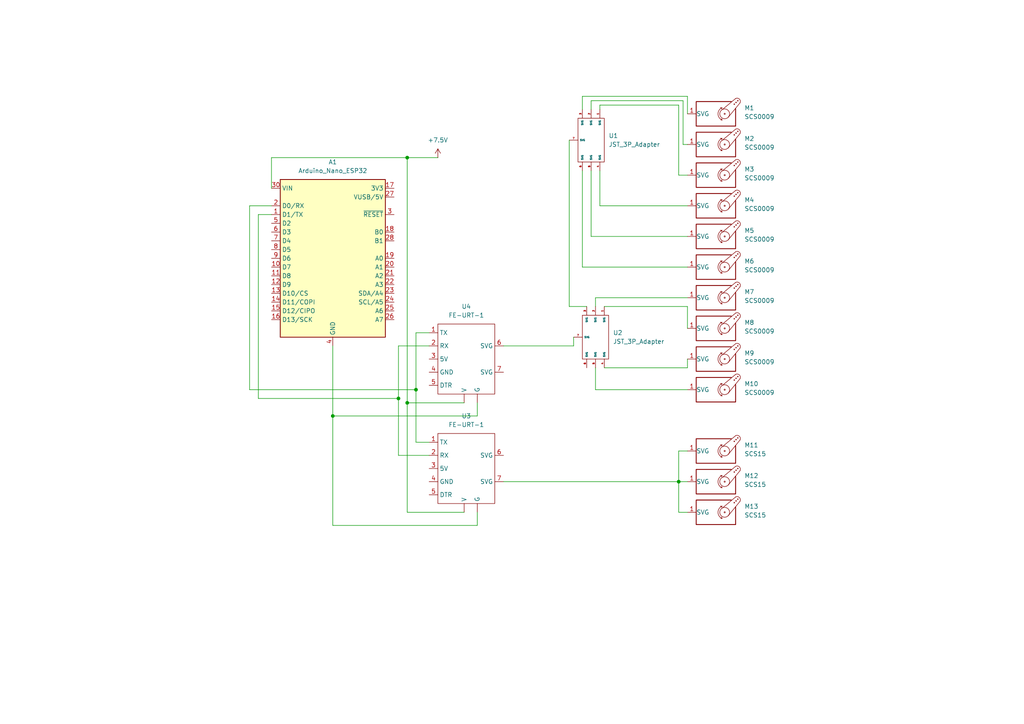
<source format=kicad_sch>
(kicad_sch
	(version 20250114)
	(generator "eeschema")
	(generator_version "9.0")
	(uuid "46513bf8-19d2-44c8-9022-0fce03f4dd50")
	(paper "A4")
	(title_block
		(title "Wiring Diagram")
		(date "2025-07-10")
	)
	(lib_symbols
		(symbol "JST 3P Adapter:JST_3P_Adapter"
			(exclude_from_sim no)
			(in_bom yes)
			(on_board yes)
			(property "Reference" "U1"
				(at 0 7.366 0)
				(effects
					(font
						(size 1.27 1.27)
					)
				)
			)
			(property "Value" "JST_3P_Adapter"
				(at 0 4.318 0)
				(effects
					(font
						(size 1.27 1.27)
					)
				)
			)
			(property "Footprint" ""
				(at 0 0 0)
				(effects
					(font
						(size 1.27 1.27)
					)
					(hide yes)
				)
			)
			(property "Datasheet" ""
				(at 0 0 0)
				(effects
					(font
						(size 1.27 1.27)
					)
					(hide yes)
				)
			)
			(property "Description" ""
				(at 0 0 0)
				(effects
					(font
						(size 1.27 1.27)
					)
					(hide yes)
				)
			)
			(symbol "JST_3P_Adapter_0_1"
				(rectangle
					(start 6.35 -5.08)
					(end -6.35 2.54)
					(stroke
						(width 0)
						(type default)
					)
					(fill
						(type none)
					)
				)
			)
			(symbol "JST_3P_Adapter_1_1"
				(pin passive line
					(at -8.89 1.27 0)
					(length 2.54)
					(name "SVG"
						(effects
							(font
								(size 0.508 0.508)
							)
						)
					)
					(number "1"
						(effects
							(font
								(size 0.508 0.508)
							)
						)
					)
				)
				(pin passive line
					(at -8.89 -1.27 0)
					(length 2.54)
					(name "SVG"
						(effects
							(font
								(size 0.508 0.508)
							)
						)
					)
					(number "2"
						(effects
							(font
								(size 0.508 0.508)
							)
						)
					)
				)
				(pin passive line
					(at -8.89 -3.81 0)
					(length 2.54)
					(name "SVG"
						(effects
							(font
								(size 0.508 0.508)
							)
						)
					)
					(number "3"
						(effects
							(font
								(size 0.508 0.508)
							)
						)
					)
				)
				(pin passive line
					(at 0 -7.62 90)
					(length 2.54)
					(name "SVG"
						(effects
							(font
								(size 0.508 0.508)
							)
						)
					)
					(number "7"
						(effects
							(font
								(size 0.508 0.508)
							)
						)
					)
				)
				(pin passive line
					(at 8.89 1.27 180)
					(length 2.54)
					(name "SVG"
						(effects
							(font
								(size 0.508 0.508)
							)
						)
					)
					(number "4"
						(effects
							(font
								(size 0.508 0.508)
							)
						)
					)
				)
				(pin passive line
					(at 8.89 -1.27 180)
					(length 2.54)
					(name "SVG"
						(effects
							(font
								(size 0.508 0.508)
							)
						)
					)
					(number "5"
						(effects
							(font
								(size 0.508 0.508)
							)
						)
					)
				)
				(pin passive line
					(at 8.89 -3.81 180)
					(length 2.54)
					(name "SVG"
						(effects
							(font
								(size 0.508 0.508)
							)
						)
					)
					(number "6"
						(effects
							(font
								(size 0.508 0.508)
							)
						)
					)
				)
			)
			(embedded_fonts no)
		)
		(symbol "MCU_Module:Arduino_Nano_ESP32"
			(exclude_from_sim no)
			(in_bom yes)
			(on_board yes)
			(property "Reference" "A"
				(at -14.986 23.622 0)
				(effects
					(font
						(size 1.27 1.27)
					)
					(justify left bottom)
				)
			)
			(property "Value" "Arduino_Nano_ESP32"
				(at 3.81 -25.654 0)
				(effects
					(font
						(size 1.27 1.27)
					)
					(justify left top)
				)
			)
			(property "Footprint" "Module:Arduino_Nano"
				(at 13.716 -34.036 0)
				(effects
					(font
						(size 1.27 1.27)
						(italic yes)
					)
					(hide yes)
				)
			)
			(property "Datasheet" "https://docs.arduino.cc/resources/datasheets/ABX00083-datasheet.pdf"
				(at 39.116 -31.496 0)
				(effects
					(font
						(size 1.27 1.27)
					)
					(hide yes)
				)
			)
			(property "Description" "Arduino Nano board based on the ESP32-S3 with a dual-core 240 MHz processor, 384 kB ROM, 512 kB SRAM. Operates at 3.3V, with 5V USB-C® input and 6-21V VIN. Features Wi-Fi®, Bluetooth® LE, digital and analog pins, and supports SPI, I2C, UART, I2S, and CAN."
				(at 138.43 -28.956 0)
				(effects
					(font
						(size 1.27 1.27)
					)
					(hide yes)
				)
			)
			(property "ki_keywords" "Arduino Nano ESP32"
				(at 0 0 0)
				(effects
					(font
						(size 1.27 1.27)
					)
					(hide yes)
				)
			)
			(property "ki_fp_filters" "Arduino*Nano*"
				(at 0 0 0)
				(effects
					(font
						(size 1.27 1.27)
					)
					(hide yes)
				)
			)
			(symbol "Arduino_Nano_ESP32_0_1"
				(rectangle
					(start -15.24 22.86)
					(end 15.24 -22.86)
					(stroke
						(width 0.254)
						(type default)
					)
					(fill
						(type background)
					)
				)
			)
			(symbol "Arduino_Nano_ESP32_1_1"
				(pin power_in line
					(at -17.78 20.32 0)
					(length 2.54)
					(name "VIN"
						(effects
							(font
								(size 1.27 1.27)
							)
						)
					)
					(number "30"
						(effects
							(font
								(size 1.27 1.27)
							)
						)
					)
				)
				(pin bidirectional line
					(at -17.78 15.24 0)
					(length 2.54)
					(name "D0/RX"
						(effects
							(font
								(size 1.27 1.27)
							)
						)
					)
					(number "2"
						(effects
							(font
								(size 1.27 1.27)
							)
						)
					)
				)
				(pin bidirectional line
					(at -17.78 12.7 0)
					(length 2.54)
					(name "D1/TX"
						(effects
							(font
								(size 1.27 1.27)
							)
						)
					)
					(number "1"
						(effects
							(font
								(size 1.27 1.27)
							)
						)
					)
				)
				(pin bidirectional line
					(at -17.78 10.16 0)
					(length 2.54)
					(name "D2"
						(effects
							(font
								(size 1.27 1.27)
							)
						)
					)
					(number "5"
						(effects
							(font
								(size 1.27 1.27)
							)
						)
					)
				)
				(pin bidirectional line
					(at -17.78 7.62 0)
					(length 2.54)
					(name "D3"
						(effects
							(font
								(size 1.27 1.27)
							)
						)
					)
					(number "6"
						(effects
							(font
								(size 1.27 1.27)
							)
						)
					)
				)
				(pin bidirectional line
					(at -17.78 5.08 0)
					(length 2.54)
					(name "D4"
						(effects
							(font
								(size 1.27 1.27)
							)
						)
					)
					(number "7"
						(effects
							(font
								(size 1.27 1.27)
							)
						)
					)
				)
				(pin bidirectional line
					(at -17.78 2.54 0)
					(length 2.54)
					(name "D5"
						(effects
							(font
								(size 1.27 1.27)
							)
						)
					)
					(number "8"
						(effects
							(font
								(size 1.27 1.27)
							)
						)
					)
				)
				(pin bidirectional line
					(at -17.78 0 0)
					(length 2.54)
					(name "D6"
						(effects
							(font
								(size 1.27 1.27)
							)
						)
					)
					(number "9"
						(effects
							(font
								(size 1.27 1.27)
							)
						)
					)
				)
				(pin bidirectional line
					(at -17.78 -2.54 0)
					(length 2.54)
					(name "D7"
						(effects
							(font
								(size 1.27 1.27)
							)
						)
					)
					(number "10"
						(effects
							(font
								(size 1.27 1.27)
							)
						)
					)
				)
				(pin bidirectional line
					(at -17.78 -5.08 0)
					(length 2.54)
					(name "D8"
						(effects
							(font
								(size 1.27 1.27)
							)
						)
					)
					(number "11"
						(effects
							(font
								(size 1.27 1.27)
							)
						)
					)
				)
				(pin bidirectional line
					(at -17.78 -7.62 0)
					(length 2.54)
					(name "D9"
						(effects
							(font
								(size 1.27 1.27)
							)
						)
					)
					(number "12"
						(effects
							(font
								(size 1.27 1.27)
							)
						)
					)
				)
				(pin bidirectional line
					(at -17.78 -10.16 0)
					(length 2.54)
					(name "D10/CS"
						(effects
							(font
								(size 1.27 1.27)
							)
						)
					)
					(number "13"
						(effects
							(font
								(size 1.27 1.27)
							)
						)
					)
				)
				(pin bidirectional line
					(at -17.78 -12.7 0)
					(length 2.54)
					(name "D11/COPI"
						(effects
							(font
								(size 1.27 1.27)
							)
						)
					)
					(number "14"
						(effects
							(font
								(size 1.27 1.27)
							)
						)
					)
				)
				(pin bidirectional line
					(at -17.78 -15.24 0)
					(length 2.54)
					(name "D12/CIPO"
						(effects
							(font
								(size 1.27 1.27)
							)
						)
					)
					(number "15"
						(effects
							(font
								(size 1.27 1.27)
							)
						)
					)
				)
				(pin bidirectional line
					(at -17.78 -17.78 0)
					(length 2.54)
					(name "D13/SCK"
						(effects
							(font
								(size 1.27 1.27)
							)
						)
					)
					(number "16"
						(effects
							(font
								(size 1.27 1.27)
							)
						)
					)
				)
				(pin passive line
					(at 0 -25.4 90)
					(length 2.54)
					(hide yes)
					(name "GND"
						(effects
							(font
								(size 1.27 1.27)
							)
						)
					)
					(number "29"
						(effects
							(font
								(size 1.27 1.27)
							)
						)
					)
				)
				(pin power_in line
					(at 0 -25.4 90)
					(length 2.54)
					(name "GND"
						(effects
							(font
								(size 1.27 1.27)
							)
						)
					)
					(number "4"
						(effects
							(font
								(size 1.27 1.27)
							)
						)
					)
				)
				(pin power_out line
					(at 17.78 20.32 180)
					(length 2.54)
					(name "3V3"
						(effects
							(font
								(size 1.27 1.27)
							)
						)
					)
					(number "17"
						(effects
							(font
								(size 1.27 1.27)
							)
						)
					)
				)
				(pin power_out line
					(at 17.78 17.78 180)
					(length 2.54)
					(name "VUSB/5V"
						(effects
							(font
								(size 1.27 1.27)
							)
						)
					)
					(number "27"
						(effects
							(font
								(size 1.27 1.27)
							)
						)
					)
				)
				(pin input line
					(at 17.78 12.7 180)
					(length 2.54)
					(name "~{RESET}"
						(effects
							(font
								(size 1.27 1.27)
							)
						)
					)
					(number "3"
						(effects
							(font
								(size 1.27 1.27)
							)
						)
					)
				)
				(pin bidirectional line
					(at 17.78 7.62 180)
					(length 2.54)
					(name "B0"
						(effects
							(font
								(size 1.27 1.27)
							)
						)
					)
					(number "18"
						(effects
							(font
								(size 1.27 1.27)
							)
						)
					)
				)
				(pin bidirectional line
					(at 17.78 5.08 180)
					(length 2.54)
					(name "B1"
						(effects
							(font
								(size 1.27 1.27)
							)
						)
					)
					(number "28"
						(effects
							(font
								(size 1.27 1.27)
							)
						)
					)
				)
				(pin bidirectional line
					(at 17.78 0 180)
					(length 2.54)
					(name "A0"
						(effects
							(font
								(size 1.27 1.27)
							)
						)
					)
					(number "19"
						(effects
							(font
								(size 1.27 1.27)
							)
						)
					)
				)
				(pin bidirectional line
					(at 17.78 -2.54 180)
					(length 2.54)
					(name "A1"
						(effects
							(font
								(size 1.27 1.27)
							)
						)
					)
					(number "20"
						(effects
							(font
								(size 1.27 1.27)
							)
						)
					)
				)
				(pin bidirectional line
					(at 17.78 -5.08 180)
					(length 2.54)
					(name "A2"
						(effects
							(font
								(size 1.27 1.27)
							)
						)
					)
					(number "21"
						(effects
							(font
								(size 1.27 1.27)
							)
						)
					)
				)
				(pin bidirectional line
					(at 17.78 -7.62 180)
					(length 2.54)
					(name "A3"
						(effects
							(font
								(size 1.27 1.27)
							)
						)
					)
					(number "22"
						(effects
							(font
								(size 1.27 1.27)
							)
						)
					)
				)
				(pin bidirectional line
					(at 17.78 -10.16 180)
					(length 2.54)
					(name "SDA/A4"
						(effects
							(font
								(size 1.27 1.27)
							)
						)
					)
					(number "23"
						(effects
							(font
								(size 1.27 1.27)
							)
						)
					)
				)
				(pin bidirectional line
					(at 17.78 -12.7 180)
					(length 2.54)
					(name "SCL/A5"
						(effects
							(font
								(size 1.27 1.27)
							)
						)
					)
					(number "24"
						(effects
							(font
								(size 1.27 1.27)
							)
						)
					)
				)
				(pin bidirectional line
					(at 17.78 -15.24 180)
					(length 2.54)
					(name "A6"
						(effects
							(font
								(size 1.27 1.27)
							)
						)
					)
					(number "25"
						(effects
							(font
								(size 1.27 1.27)
							)
						)
					)
				)
				(pin bidirectional line
					(at 17.78 -17.78 180)
					(length 2.54)
					(name "A7"
						(effects
							(font
								(size 1.27 1.27)
							)
						)
					)
					(number "26"
						(effects
							(font
								(size 1.27 1.27)
							)
						)
					)
				)
			)
			(embedded_fonts no)
		)
		(symbol "Motor_Servo_1"
			(pin_names
				(offset 0.0254)
			)
			(exclude_from_sim no)
			(in_bom yes)
			(on_board yes)
			(property "Reference" "M1"
				(at 8.89 1.7032 0)
				(effects
					(font
						(size 1.27 1.27)
					)
					(justify left)
				)
			)
			(property "Value" "SCS0009"
				(at 8.89 -0.8368 0)
				(effects
					(font
						(size 1.27 1.27)
					)
					(justify left)
				)
			)
			(property "Footprint" ""
				(at 0 -4.826 0)
				(effects
					(font
						(size 1.27 1.27)
					)
					(hide yes)
				)
			)
			(property "Datasheet" "http://forums.parallax.com/uploads/attachments/46831/74481.png"
				(at 0 -4.826 0)
				(effects
					(font
						(size 1.27 1.27)
					)
					(hide yes)
				)
			)
			(property "Description" "Servo Motor (Futaba, HiTec, JR connector)"
				(at 0 0 0)
				(effects
					(font
						(size 1.27 1.27)
					)
					(hide yes)
				)
			)
			(property "ki_keywords" "Servo Motor"
				(at 0 0 0)
				(effects
					(font
						(size 1.27 1.27)
					)
					(hide yes)
				)
			)
			(property "ki_fp_filters" "PinHeader*P2.54mm*"
				(at 0 0 0)
				(effects
					(font
						(size 1.27 1.27)
					)
					(hide yes)
				)
			)
			(symbol "Motor_Servo_1_0_1"
				(polyline
					(pts
						(xy 2.413 1.778) (xy 1.905 1.778)
					)
					(stroke
						(width 0)
						(type default)
					)
					(fill
						(type none)
					)
				)
				(polyline
					(pts
						(xy 2.413 1.778) (xy 2.286 1.397)
					)
					(stroke
						(width 0)
						(type default)
					)
					(fill
						(type none)
					)
				)
				(polyline
					(pts
						(xy 2.413 -1.778) (xy 2.032 -1.778)
					)
					(stroke
						(width 0)
						(type default)
					)
					(fill
						(type none)
					)
				)
				(polyline
					(pts
						(xy 2.413 -1.778) (xy 2.286 -1.397)
					)
					(stroke
						(width 0)
						(type default)
					)
					(fill
						(type none)
					)
				)
				(arc
					(start 2.413 -1.778)
					(mid 1.2406 0)
					(end 2.413 1.778)
					(stroke
						(width 0)
						(type default)
					)
					(fill
						(type none)
					)
				)
				(circle
					(center 3.175 0)
					(radius 0.1778)
					(stroke
						(width 0)
						(type default)
					)
					(fill
						(type none)
					)
				)
				(circle
					(center 3.175 0)
					(radius 1.4224)
					(stroke
						(width 0)
						(type default)
					)
					(fill
						(type none)
					)
				)
				(polyline
					(pts
						(xy 5.08 3.556) (xy -5.08 3.556) (xy -5.08 -3.556) (xy 6.35 -3.556) (xy 6.35 1.524)
					)
					(stroke
						(width 0.254)
						(type default)
					)
					(fill
						(type none)
					)
				)
				(circle
					(center 5.969 2.794)
					(radius 0.127)
					(stroke
						(width 0)
						(type default)
					)
					(fill
						(type none)
					)
				)
				(polyline
					(pts
						(xy 6.35 4.445) (xy 2.54 1.27)
					)
					(stroke
						(width 0)
						(type default)
					)
					(fill
						(type none)
					)
				)
				(circle
					(center 6.477 3.302)
					(radius 0.127)
					(stroke
						(width 0)
						(type default)
					)
					(fill
						(type none)
					)
				)
				(arc
					(start 6.35 4.445)
					(mid 7.4487 4.2737)
					(end 7.62 3.175)
					(stroke
						(width 0)
						(type default)
					)
					(fill
						(type none)
					)
				)
				(circle
					(center 6.985 3.81)
					(radius 0.127)
					(stroke
						(width 0)
						(type default)
					)
					(fill
						(type none)
					)
				)
				(polyline
					(pts
						(xy 7.62 3.175) (xy 4.191 -1.016)
					)
					(stroke
						(width 0)
						(type default)
					)
					(fill
						(type none)
					)
				)
			)
			(symbol "Motor_Servo_1_1_1"
				(pin passive line
					(at -7.62 0 0)
					(length 2.54)
					(name "SVG"
						(effects
							(font
								(size 1.27 1.27)
							)
						)
					)
					(number "1"
						(effects
							(font
								(size 1.27 1.27)
							)
						)
					)
				)
			)
			(embedded_fonts no)
		)
		(symbol "fe-urt-1_1"
			(exclude_from_sim no)
			(in_bom yes)
			(on_board yes)
			(property "Reference" "U4"
				(at 3.175 7.62 0)
				(effects
					(font
						(size 1.27 1.27)
					)
				)
			)
			(property "Value" "FE-URT-1"
				(at 3.175 5.08 0)
				(effects
					(font
						(size 1.27 1.27)
					)
				)
			)
			(property "Footprint" ""
				(at 0 0 0)
				(effects
					(font
						(size 1.27 1.27)
					)
					(hide yes)
				)
			)
			(property "Datasheet" ""
				(at 0 0 0)
				(effects
					(font
						(size 1.27 1.27)
					)
					(hide yes)
				)
			)
			(property "Description" ""
				(at 0 0 0)
				(effects
					(font
						(size 1.27 1.27)
					)
					(hide yes)
				)
			)
			(symbol "fe-urt-1_1_0_1"
				(rectangle
					(start -5.08 2.54)
					(end 11.43 -17.78)
					(stroke
						(width 0)
						(type default)
					)
					(fill
						(type none)
					)
				)
			)
			(symbol "fe-urt-1_1_1_1"
				(pin passive line
					(at -7.62 0 0)
					(length 2.54)
					(name "TX"
						(effects
							(font
								(size 1.27 1.27)
							)
						)
					)
					(number "1"
						(effects
							(font
								(size 1.27 1.27)
							)
						)
					)
				)
				(pin passive line
					(at -7.62 -3.81 0)
					(length 2.54)
					(name "RX"
						(effects
							(font
								(size 1.27 1.27)
							)
						)
					)
					(number "2"
						(effects
							(font
								(size 1.27 1.27)
							)
						)
					)
				)
				(pin passive line
					(at -7.62 -7.62 0)
					(length 2.54)
					(name "5V"
						(effects
							(font
								(size 1.27 1.27)
							)
						)
					)
					(number "3"
						(effects
							(font
								(size 1.27 1.27)
							)
						)
					)
				)
				(pin passive line
					(at -7.62 -11.43 0)
					(length 2.54)
					(name "GND"
						(effects
							(font
								(size 1.27 1.27)
							)
						)
					)
					(number "4"
						(effects
							(font
								(size 1.27 1.27)
							)
						)
					)
				)
				(pin passive line
					(at -7.62 -15.24 0)
					(length 2.54)
					(name "DTR"
						(effects
							(font
								(size 1.27 1.27)
							)
						)
					)
					(number "5"
						(effects
							(font
								(size 1.27 1.27)
							)
						)
					)
				)
				(pin passive line
					(at 2.54 -20.32 90)
					(length 2.54)
					(name "V"
						(effects
							(font
								(size 1.27 1.27)
							)
						)
					)
					(number ""
						(effects
							(font
								(size 1.27 1.27)
							)
						)
					)
				)
				(pin passive line
					(at 6.35 -20.32 90)
					(length 2.54)
					(name "G"
						(effects
							(font
								(size 1.27 1.27)
							)
						)
					)
					(number ""
						(effects
							(font
								(size 1.27 1.27)
							)
						)
					)
				)
				(pin passive line
					(at 13.97 -3.81 180)
					(length 2.54)
					(name "SVG"
						(effects
							(font
								(size 1.27 1.27)
							)
						)
					)
					(number "6"
						(effects
							(font
								(size 1.27 1.27)
							)
						)
					)
				)
				(pin passive line
					(at 13.97 -11.43 180)
					(length 2.54)
					(name "SVG"
						(effects
							(font
								(size 1.27 1.27)
							)
						)
					)
					(number "7"
						(effects
							(font
								(size 1.27 1.27)
							)
						)
					)
				)
			)
			(embedded_fonts no)
		)
		(symbol "fe-urt-1_2"
			(exclude_from_sim no)
			(in_bom yes)
			(on_board yes)
			(property "Reference" "U4"
				(at 3.175 7.62 0)
				(effects
					(font
						(size 1.27 1.27)
					)
				)
			)
			(property "Value" "FE-URT-1"
				(at 3.175 5.08 0)
				(effects
					(font
						(size 1.27 1.27)
					)
				)
			)
			(property "Footprint" ""
				(at 0 0 0)
				(effects
					(font
						(size 1.27 1.27)
					)
					(hide yes)
				)
			)
			(property "Datasheet" ""
				(at 0 0 0)
				(effects
					(font
						(size 1.27 1.27)
					)
					(hide yes)
				)
			)
			(property "Description" ""
				(at 0 0 0)
				(effects
					(font
						(size 1.27 1.27)
					)
					(hide yes)
				)
			)
			(symbol "fe-urt-1_2_0_1"
				(rectangle
					(start -5.08 2.54)
					(end 11.43 -17.78)
					(stroke
						(width 0)
						(type default)
					)
					(fill
						(type none)
					)
				)
			)
			(symbol "fe-urt-1_2_1_1"
				(pin passive line
					(at -7.62 0 0)
					(length 2.54)
					(name "TX"
						(effects
							(font
								(size 1.27 1.27)
							)
						)
					)
					(number "1"
						(effects
							(font
								(size 1.27 1.27)
							)
						)
					)
				)
				(pin passive line
					(at -7.62 -3.81 0)
					(length 2.54)
					(name "RX"
						(effects
							(font
								(size 1.27 1.27)
							)
						)
					)
					(number "2"
						(effects
							(font
								(size 1.27 1.27)
							)
						)
					)
				)
				(pin passive line
					(at -7.62 -7.62 0)
					(length 2.54)
					(name "5V"
						(effects
							(font
								(size 1.27 1.27)
							)
						)
					)
					(number "3"
						(effects
							(font
								(size 1.27 1.27)
							)
						)
					)
				)
				(pin passive line
					(at -7.62 -11.43 0)
					(length 2.54)
					(name "GND"
						(effects
							(font
								(size 1.27 1.27)
							)
						)
					)
					(number "4"
						(effects
							(font
								(size 1.27 1.27)
							)
						)
					)
				)
				(pin passive line
					(at -7.62 -15.24 0)
					(length 2.54)
					(name "DTR"
						(effects
							(font
								(size 1.27 1.27)
							)
						)
					)
					(number "5"
						(effects
							(font
								(size 1.27 1.27)
							)
						)
					)
				)
				(pin passive line
					(at 2.54 -20.32 90)
					(length 2.54)
					(name "V"
						(effects
							(font
								(size 1.27 1.27)
							)
						)
					)
					(number ""
						(effects
							(font
								(size 1.27 1.27)
							)
						)
					)
				)
				(pin passive line
					(at 6.35 -20.32 90)
					(length 2.54)
					(name "G"
						(effects
							(font
								(size 1.27 1.27)
							)
						)
					)
					(number ""
						(effects
							(font
								(size 1.27 1.27)
							)
						)
					)
				)
				(pin passive line
					(at 13.97 -3.81 180)
					(length 2.54)
					(name "SVG"
						(effects
							(font
								(size 1.27 1.27)
							)
						)
					)
					(number "6"
						(effects
							(font
								(size 1.27 1.27)
							)
						)
					)
				)
				(pin passive line
					(at 13.97 -11.43 180)
					(length 2.54)
					(name "SVG"
						(effects
							(font
								(size 1.27 1.27)
							)
						)
					)
					(number "7"
						(effects
							(font
								(size 1.27 1.27)
							)
						)
					)
				)
			)
			(embedded_fonts no)
		)
		(symbol "power:+7.5V"
			(power)
			(pin_numbers
				(hide yes)
			)
			(pin_names
				(offset 0)
				(hide yes)
			)
			(exclude_from_sim no)
			(in_bom yes)
			(on_board yes)
			(property "Reference" "#PWR"
				(at 0 -3.81 0)
				(effects
					(font
						(size 1.27 1.27)
					)
					(hide yes)
				)
			)
			(property "Value" "+7.5V"
				(at 0 3.556 0)
				(effects
					(font
						(size 1.27 1.27)
					)
				)
			)
			(property "Footprint" ""
				(at 0 0 0)
				(effects
					(font
						(size 1.27 1.27)
					)
					(hide yes)
				)
			)
			(property "Datasheet" ""
				(at 0 0 0)
				(effects
					(font
						(size 1.27 1.27)
					)
					(hide yes)
				)
			)
			(property "Description" "Power symbol creates a global label with name \"+7.5V\""
				(at 0 0 0)
				(effects
					(font
						(size 1.27 1.27)
					)
					(hide yes)
				)
			)
			(property "ki_keywords" "global power"
				(at 0 0 0)
				(effects
					(font
						(size 1.27 1.27)
					)
					(hide yes)
				)
			)
			(symbol "+7.5V_0_1"
				(polyline
					(pts
						(xy -0.762 1.27) (xy 0 2.54)
					)
					(stroke
						(width 0)
						(type default)
					)
					(fill
						(type none)
					)
				)
				(polyline
					(pts
						(xy 0 2.54) (xy 0.762 1.27)
					)
					(stroke
						(width 0)
						(type default)
					)
					(fill
						(type none)
					)
				)
				(polyline
					(pts
						(xy 0 0) (xy 0 2.54)
					)
					(stroke
						(width 0)
						(type default)
					)
					(fill
						(type none)
					)
				)
			)
			(symbol "+7.5V_1_1"
				(pin power_in line
					(at 0 0 90)
					(length 0)
					(name "~"
						(effects
							(font
								(size 1.27 1.27)
							)
						)
					)
					(number "1"
						(effects
							(font
								(size 1.27 1.27)
							)
						)
					)
				)
			)
			(embedded_fonts no)
		)
	)
	(junction
		(at 118.11 45.72)
		(diameter 0)
		(color 0 0 0 0)
		(uuid "37d3c405-e436-442d-9ccc-3fe3e2140c89")
	)
	(junction
		(at 118.11 116.84)
		(diameter 0)
		(color 0 0 0 0)
		(uuid "3dea9d1c-0c3a-4da6-a865-7da81d656711")
	)
	(junction
		(at 115.57 115.57)
		(diameter 0)
		(color 0 0 0 0)
		(uuid "4e68f4d5-0c04-4e4f-a146-df1a2d2e5bcf")
	)
	(junction
		(at 96.52 120.65)
		(diameter 0)
		(color 0 0 0 0)
		(uuid "d148e4ed-d8ee-40bd-b407-956148c9c66b")
	)
	(junction
		(at 196.85 139.7)
		(diameter 0)
		(color 0 0 0 0)
		(uuid "db71b863-805f-4abe-a04a-80db75194e10")
	)
	(junction
		(at 120.65 113.03)
		(diameter 0)
		(color 0 0 0 0)
		(uuid "df0b54dc-5e3e-462c-ac13-c43b2293dfe7")
	)
	(wire
		(pts
			(xy 96.52 152.4) (xy 138.43 152.4)
		)
		(stroke
			(width 0)
			(type default)
		)
		(uuid "057ac37f-b22d-4e80-9cf6-909bd06c1452")
	)
	(wire
		(pts
			(xy 173.99 49.53) (xy 173.99 59.69)
		)
		(stroke
			(width 0)
			(type default)
		)
		(uuid "0d45ddfd-0f0b-4c83-92ae-11e2e28e6284")
	)
	(wire
		(pts
			(xy 118.11 45.72) (xy 118.11 116.84)
		)
		(stroke
			(width 0)
			(type default)
		)
		(uuid "1417522e-f147-417b-a03d-6d94a73bccf7")
	)
	(wire
		(pts
			(xy 78.74 54.61) (xy 78.74 45.72)
		)
		(stroke
			(width 0)
			(type default)
		)
		(uuid "1a4b5a47-4e52-4ff6-8db8-0663faadb195")
	)
	(wire
		(pts
			(xy 96.52 100.33) (xy 96.52 120.65)
		)
		(stroke
			(width 0)
			(type default)
		)
		(uuid "1f27ff01-3c68-4389-9f1a-8481c13100b2")
	)
	(wire
		(pts
			(xy 118.11 45.72) (xy 127 45.72)
		)
		(stroke
			(width 0)
			(type default)
		)
		(uuid "24bf0af1-3529-4a3f-9a41-1387c48735c1")
	)
	(wire
		(pts
			(xy 173.99 59.69) (xy 199.39 59.69)
		)
		(stroke
			(width 0)
			(type default)
		)
		(uuid "27b82555-e5d4-4d49-857f-5fc163e44031")
	)
	(wire
		(pts
			(xy 120.65 113.03) (xy 120.65 128.27)
		)
		(stroke
			(width 0)
			(type default)
		)
		(uuid "2ba0b58f-b341-46af-925b-0d4a02ec9a35")
	)
	(wire
		(pts
			(xy 196.85 148.59) (xy 199.39 148.59)
		)
		(stroke
			(width 0)
			(type default)
		)
		(uuid "2d9ddc2f-95c2-4b1a-aa32-a0a81b939e03")
	)
	(wire
		(pts
			(xy 120.65 128.27) (xy 124.46 128.27)
		)
		(stroke
			(width 0)
			(type default)
		)
		(uuid "396c0c74-e473-410d-b5e7-5b1276952dca")
	)
	(wire
		(pts
			(xy 124.46 96.52) (xy 120.65 96.52)
		)
		(stroke
			(width 0)
			(type default)
		)
		(uuid "3a152517-283a-4307-8830-83be1a44d540")
	)
	(wire
		(pts
			(xy 172.72 113.03) (xy 199.39 113.03)
		)
		(stroke
			(width 0)
			(type default)
		)
		(uuid "3f018d4e-0004-446d-b0e6-0cea8b9821ac")
	)
	(wire
		(pts
			(xy 196.85 50.8) (xy 199.39 50.8)
		)
		(stroke
			(width 0)
			(type default)
		)
		(uuid "3f1feb7c-dd54-4f50-83de-6032e1f89e7f")
	)
	(wire
		(pts
			(xy 173.99 30.48) (xy 196.85 30.48)
		)
		(stroke
			(width 0)
			(type default)
		)
		(uuid "414bdad4-91b2-46c1-a98f-50453d6590f9")
	)
	(wire
		(pts
			(xy 168.91 27.94) (xy 199.39 27.94)
		)
		(stroke
			(width 0)
			(type default)
		)
		(uuid "436c065f-47b8-4e28-982d-de2611ab1f3e")
	)
	(wire
		(pts
			(xy 199.39 106.68) (xy 199.39 104.14)
		)
		(stroke
			(width 0)
			(type default)
		)
		(uuid "4b7b26d2-b6e6-4e73-8ca8-a4dbfb6d545f")
	)
	(wire
		(pts
			(xy 171.45 49.53) (xy 171.45 68.58)
		)
		(stroke
			(width 0)
			(type default)
		)
		(uuid "4cdb46bd-89b0-44e2-866a-d7dcebccdafc")
	)
	(wire
		(pts
			(xy 172.72 106.68) (xy 172.72 113.03)
		)
		(stroke
			(width 0)
			(type default)
		)
		(uuid "4d337c56-cdfd-431e-b898-d725415b72c3")
	)
	(wire
		(pts
			(xy 96.52 120.65) (xy 96.52 152.4)
		)
		(stroke
			(width 0)
			(type default)
		)
		(uuid "525adec6-8984-4a40-b276-ec8af6942581")
	)
	(wire
		(pts
			(xy 196.85 130.81) (xy 196.85 139.7)
		)
		(stroke
			(width 0)
			(type default)
		)
		(uuid "55af86e7-98e9-4762-8fe7-0de63fabc5fc")
	)
	(wire
		(pts
			(xy 199.39 88.9) (xy 199.39 95.25)
		)
		(stroke
			(width 0)
			(type default)
		)
		(uuid "58071007-5121-494f-b200-1058dbd1a050")
	)
	(wire
		(pts
			(xy 115.57 100.33) (xy 115.57 115.57)
		)
		(stroke
			(width 0)
			(type default)
		)
		(uuid "58ab1d2f-393d-4841-aef5-aa8f6d560ddd")
	)
	(wire
		(pts
			(xy 199.39 130.81) (xy 196.85 130.81)
		)
		(stroke
			(width 0)
			(type default)
		)
		(uuid "5a107610-4838-4fee-80b0-a607b5a57df9")
	)
	(wire
		(pts
			(xy 78.74 45.72) (xy 118.11 45.72)
		)
		(stroke
			(width 0)
			(type default)
		)
		(uuid "5e8c9e0b-177b-41c8-b614-2a7e169803b7")
	)
	(wire
		(pts
			(xy 172.72 88.9) (xy 172.72 86.36)
		)
		(stroke
			(width 0)
			(type default)
		)
		(uuid "61977eed-13da-4b96-b45f-a38e7ae04fbf")
	)
	(wire
		(pts
			(xy 124.46 100.33) (xy 115.57 100.33)
		)
		(stroke
			(width 0)
			(type default)
		)
		(uuid "68903b64-a9ba-4467-b759-e9b35ff50d85")
	)
	(wire
		(pts
			(xy 173.99 31.75) (xy 173.99 30.48)
		)
		(stroke
			(width 0)
			(type default)
		)
		(uuid "6a943e33-2b34-4e1d-860f-d519eedcf745")
	)
	(wire
		(pts
			(xy 168.91 31.75) (xy 168.91 27.94)
		)
		(stroke
			(width 0)
			(type default)
		)
		(uuid "6c52f4b8-4f02-4b2f-9dc0-d81476924c30")
	)
	(wire
		(pts
			(xy 166.37 100.33) (xy 166.37 97.79)
		)
		(stroke
			(width 0)
			(type default)
		)
		(uuid "702d1151-fc88-4580-a491-872888556598")
	)
	(wire
		(pts
			(xy 198.12 41.91) (xy 198.12 29.21)
		)
		(stroke
			(width 0)
			(type default)
		)
		(uuid "7655be19-9649-4346-a3a0-a3433a995a3f")
	)
	(wire
		(pts
			(xy 74.93 62.23) (xy 74.93 115.57)
		)
		(stroke
			(width 0)
			(type default)
		)
		(uuid "76e5b248-c489-413d-9e97-2955ac751eed")
	)
	(wire
		(pts
			(xy 138.43 116.84) (xy 138.43 120.65)
		)
		(stroke
			(width 0)
			(type default)
		)
		(uuid "773b2412-773d-49de-873a-7e287ae3ce01")
	)
	(wire
		(pts
			(xy 172.72 86.36) (xy 199.39 86.36)
		)
		(stroke
			(width 0)
			(type default)
		)
		(uuid "79c5edd4-ee21-4e9e-acca-721f4f04c675")
	)
	(wire
		(pts
			(xy 165.1 40.64) (xy 165.1 88.9)
		)
		(stroke
			(width 0)
			(type default)
		)
		(uuid "84bd0131-87bc-40ba-8c91-22e62c83652a")
	)
	(wire
		(pts
			(xy 118.11 116.84) (xy 134.62 116.84)
		)
		(stroke
			(width 0)
			(type default)
		)
		(uuid "8a21679e-908f-44bb-86f3-075788350958")
	)
	(wire
		(pts
			(xy 196.85 139.7) (xy 199.39 139.7)
		)
		(stroke
			(width 0)
			(type default)
		)
		(uuid "92a93716-d60b-4bec-9810-fd64885bc75c")
	)
	(wire
		(pts
			(xy 72.39 59.69) (xy 78.74 59.69)
		)
		(stroke
			(width 0)
			(type default)
		)
		(uuid "a0284a37-1925-4b76-aa88-374ef0b9fa8f")
	)
	(wire
		(pts
			(xy 198.12 29.21) (xy 171.45 29.21)
		)
		(stroke
			(width 0)
			(type default)
		)
		(uuid "a06083a5-a4e3-4c87-9b4c-49ea0b9c33c2")
	)
	(wire
		(pts
			(xy 165.1 88.9) (xy 170.18 88.9)
		)
		(stroke
			(width 0)
			(type default)
		)
		(uuid "a3ab4e98-f67c-4213-bfbc-addbaf13abe0")
	)
	(wire
		(pts
			(xy 171.45 29.21) (xy 171.45 31.75)
		)
		(stroke
			(width 0)
			(type default)
		)
		(uuid "a3e070a6-99ae-442d-9328-e157c88b197b")
	)
	(wire
		(pts
			(xy 196.85 139.7) (xy 196.85 148.59)
		)
		(stroke
			(width 0)
			(type default)
		)
		(uuid "a94ab1e2-d600-4260-bd88-832fd51f8b5c")
	)
	(wire
		(pts
			(xy 199.39 41.91) (xy 198.12 41.91)
		)
		(stroke
			(width 0)
			(type default)
		)
		(uuid "ac4d2028-f04f-4217-970c-caf364d190dc")
	)
	(wire
		(pts
			(xy 199.39 27.94) (xy 199.39 33.02)
		)
		(stroke
			(width 0)
			(type default)
		)
		(uuid "ae368222-d055-416f-a422-1b5e39c0848b")
	)
	(wire
		(pts
			(xy 115.57 115.57) (xy 115.57 132.08)
		)
		(stroke
			(width 0)
			(type default)
		)
		(uuid "ae3bc3d9-5fb2-4f2a-963f-b3f4bdea199a")
	)
	(wire
		(pts
			(xy 118.11 148.59) (xy 134.62 148.59)
		)
		(stroke
			(width 0)
			(type default)
		)
		(uuid "b0edcd69-4dbf-4840-ac61-17989fb2b656")
	)
	(wire
		(pts
			(xy 146.05 139.7) (xy 196.85 139.7)
		)
		(stroke
			(width 0)
			(type default)
		)
		(uuid "c67fd239-359e-4ba9-b23b-ba7978efb8fe")
	)
	(wire
		(pts
			(xy 196.85 30.48) (xy 196.85 50.8)
		)
		(stroke
			(width 0)
			(type default)
		)
		(uuid "c6cb0d1d-ca01-4b26-a871-98f46b7a619f")
	)
	(wire
		(pts
			(xy 120.65 113.03) (xy 72.39 113.03)
		)
		(stroke
			(width 0)
			(type default)
		)
		(uuid "c82a3308-7cd9-49c3-afa0-d00e46d6fce6")
	)
	(wire
		(pts
			(xy 115.57 132.08) (xy 124.46 132.08)
		)
		(stroke
			(width 0)
			(type default)
		)
		(uuid "c8c5ca0a-7baa-481f-87cd-75d2c29b3857")
	)
	(wire
		(pts
			(xy 74.93 115.57) (xy 115.57 115.57)
		)
		(stroke
			(width 0)
			(type default)
		)
		(uuid "d10db6cb-db71-46de-ad14-ca0201c03f00")
	)
	(wire
		(pts
			(xy 168.91 77.47) (xy 199.39 77.47)
		)
		(stroke
			(width 0)
			(type default)
		)
		(uuid "d1b55d48-167d-4cfa-bcf2-1fb1dfcd039c")
	)
	(wire
		(pts
			(xy 72.39 113.03) (xy 72.39 59.69)
		)
		(stroke
			(width 0)
			(type default)
		)
		(uuid "d4bb3df6-33a1-402f-bca1-bd2175178567")
	)
	(wire
		(pts
			(xy 146.05 100.33) (xy 166.37 100.33)
		)
		(stroke
			(width 0)
			(type default)
		)
		(uuid "d750db06-f60f-4dfc-a704-1670bb37c1a8")
	)
	(wire
		(pts
			(xy 120.65 96.52) (xy 120.65 113.03)
		)
		(stroke
			(width 0)
			(type default)
		)
		(uuid "d911fd2e-2464-4415-aa9f-1d863d9fbe18")
	)
	(wire
		(pts
			(xy 138.43 120.65) (xy 96.52 120.65)
		)
		(stroke
			(width 0)
			(type default)
		)
		(uuid "da065a18-94c7-4144-ab5c-46fb6f92cc82")
	)
	(wire
		(pts
			(xy 171.45 68.58) (xy 199.39 68.58)
		)
		(stroke
			(width 0)
			(type default)
		)
		(uuid "da15e63e-2bff-48b8-9e0f-b32365877ee5")
	)
	(wire
		(pts
			(xy 168.91 49.53) (xy 168.91 77.47)
		)
		(stroke
			(width 0)
			(type default)
		)
		(uuid "e0db8c1a-e005-4a14-b091-fd9d251170ba")
	)
	(wire
		(pts
			(xy 78.74 62.23) (xy 74.93 62.23)
		)
		(stroke
			(width 0)
			(type default)
		)
		(uuid "e229d99e-202d-4f9a-94f6-30e12112d029")
	)
	(wire
		(pts
			(xy 175.26 88.9) (xy 199.39 88.9)
		)
		(stroke
			(width 0)
			(type default)
		)
		(uuid "e641435d-2d59-4a08-b456-38f83adfb86f")
	)
	(wire
		(pts
			(xy 138.43 152.4) (xy 138.43 148.59)
		)
		(stroke
			(width 0)
			(type default)
		)
		(uuid "ed9a13fd-54a2-49a7-8b58-afa19e2ef91e")
	)
	(wire
		(pts
			(xy 175.26 106.68) (xy 199.39 106.68)
		)
		(stroke
			(width 0)
			(type default)
		)
		(uuid "ee0e84c6-675f-4b32-a5ff-1878675726a5")
	)
	(wire
		(pts
			(xy 118.11 116.84) (xy 118.11 148.59)
		)
		(stroke
			(width 0)
			(type default)
		)
		(uuid "f9e6d40c-a59f-4e71-9172-dc55a0ff059d")
	)
	(symbol
		(lib_name "Motor_Servo_1")
		(lib_id "Motor:Motor_Servo")
		(at 207.01 33.02 0)
		(unit 1)
		(exclude_from_sim no)
		(in_bom yes)
		(on_board yes)
		(dnp no)
		(fields_autoplaced yes)
		(uuid "0f9222c7-fad0-4bc8-bba8-8ef47471095b")
		(property "Reference" "M1"
			(at 215.9 31.3168 0)
			(effects
				(font
					(size 1.27 1.27)
				)
				(justify left)
			)
		)
		(property "Value" "SCS0009"
			(at 215.9 33.8568 0)
			(effects
				(font
					(size 1.27 1.27)
				)
				(justify left)
			)
		)
		(property "Footprint" ""
			(at 207.01 37.846 0)
			(effects
				(font
					(size 1.27 1.27)
				)
				(hide yes)
			)
		)
		(property "Datasheet" "http://forums.parallax.com/uploads/attachments/46831/74481.png"
			(at 207.01 37.846 0)
			(effects
				(font
					(size 1.27 1.27)
				)
				(hide yes)
			)
		)
		(property "Description" "Servo Motor (Futaba, HiTec, JR connector)"
			(at 207.01 33.02 0)
			(effects
				(font
					(size 1.27 1.27)
				)
				(hide yes)
			)
		)
		(pin "1"
			(uuid "3839786f-5db0-4848-ba57-024eb4199e27")
		)
		(instances
			(project ""
				(path "/46513bf8-19d2-44c8-9022-0fce03f4dd50"
					(reference "M1")
					(unit 1)
				)
			)
		)
	)
	(symbol
		(lib_name "Motor_Servo_1")
		(lib_id "Motor:Motor_Servo")
		(at 207.01 77.47 0)
		(unit 1)
		(exclude_from_sim no)
		(in_bom yes)
		(on_board yes)
		(dnp no)
		(fields_autoplaced yes)
		(uuid "176ed0c3-8ddf-4af4-8c1a-0233f3e23830")
		(property "Reference" "M6"
			(at 215.9 75.7668 0)
			(effects
				(font
					(size 1.27 1.27)
				)
				(justify left)
			)
		)
		(property "Value" "SCS0009"
			(at 215.9 78.3068 0)
			(effects
				(font
					(size 1.27 1.27)
				)
				(justify left)
			)
		)
		(property "Footprint" ""
			(at 207.01 82.296 0)
			(effects
				(font
					(size 1.27 1.27)
				)
				(hide yes)
			)
		)
		(property "Datasheet" "http://forums.parallax.com/uploads/attachments/46831/74481.png"
			(at 207.01 82.296 0)
			(effects
				(font
					(size 1.27 1.27)
				)
				(hide yes)
			)
		)
		(property "Description" "Servo Motor (Futaba, HiTec, JR connector)"
			(at 207.01 77.47 0)
			(effects
				(font
					(size 1.27 1.27)
				)
				(hide yes)
			)
		)
		(pin "1"
			(uuid "3880fddc-c65c-4e2d-ab32-4691cdb9d694")
		)
		(instances
			(project "wiring diagram"
				(path "/46513bf8-19d2-44c8-9022-0fce03f4dd50"
					(reference "M6")
					(unit 1)
				)
			)
		)
	)
	(symbol
		(lib_name "Motor_Servo_1")
		(lib_id "Motor:Motor_Servo")
		(at 207.01 86.36 0)
		(unit 1)
		(exclude_from_sim no)
		(in_bom yes)
		(on_board yes)
		(dnp no)
		(fields_autoplaced yes)
		(uuid "17d3fe11-2627-478d-bb49-5992b422ffd7")
		(property "Reference" "M7"
			(at 215.9 84.6568 0)
			(effects
				(font
					(size 1.27 1.27)
				)
				(justify left)
			)
		)
		(property "Value" "SCS0009"
			(at 215.9 87.1968 0)
			(effects
				(font
					(size 1.27 1.27)
				)
				(justify left)
			)
		)
		(property "Footprint" ""
			(at 207.01 91.186 0)
			(effects
				(font
					(size 1.27 1.27)
				)
				(hide yes)
			)
		)
		(property "Datasheet" "http://forums.parallax.com/uploads/attachments/46831/74481.png"
			(at 207.01 91.186 0)
			(effects
				(font
					(size 1.27 1.27)
				)
				(hide yes)
			)
		)
		(property "Description" "Servo Motor (Futaba, HiTec, JR connector)"
			(at 207.01 86.36 0)
			(effects
				(font
					(size 1.27 1.27)
				)
				(hide yes)
			)
		)
		(pin "1"
			(uuid "5083f562-8c3b-47a7-b760-c7e813eaa2d1")
		)
		(instances
			(project "wiring diagram"
				(path "/46513bf8-19d2-44c8-9022-0fce03f4dd50"
					(reference "M7")
					(unit 1)
				)
			)
		)
	)
	(symbol
		(lib_name "fe-urt-1_2")
		(lib_id "fe-urt-1:fe-urt-1")
		(at 132.08 96.52 0)
		(unit 1)
		(exclude_from_sim no)
		(in_bom yes)
		(on_board yes)
		(dnp no)
		(fields_autoplaced yes)
		(uuid "3a3286c4-db88-47b6-ade1-809abfbc2111")
		(property "Reference" "U4"
			(at 135.255 88.9 0)
			(effects
				(font
					(size 1.27 1.27)
				)
			)
		)
		(property "Value" "FE-URT-1"
			(at 135.255 91.44 0)
			(effects
				(font
					(size 1.27 1.27)
				)
			)
		)
		(property "Footprint" ""
			(at 132.08 96.52 0)
			(effects
				(font
					(size 1.27 1.27)
				)
				(hide yes)
			)
		)
		(property "Datasheet" ""
			(at 132.08 96.52 0)
			(effects
				(font
					(size 1.27 1.27)
				)
				(hide yes)
			)
		)
		(property "Description" ""
			(at 132.08 96.52 0)
			(effects
				(font
					(size 1.27 1.27)
				)
				(hide yes)
			)
		)
		(pin "5"
			(uuid "d6949708-416d-46c1-a0af-303ba0353813")
		)
		(pin "6"
			(uuid "95cc1c9d-b120-470d-916f-3d1c00728a0c")
		)
		(pin "4"
			(uuid "1e85a17d-dd50-4249-9fda-97021cee714e")
		)
		(pin "2"
			(uuid "d733d414-c52e-4fce-a10e-7e97bcae68c0")
		)
		(pin "3"
			(uuid "c70c6081-1228-402f-8e0e-297f79200fbe")
		)
		(pin "1"
			(uuid "6173e2c7-dd26-4a2b-88c8-68fecd4f1c58")
		)
		(pin "7"
			(uuid "a400ac48-5f43-4423-9cd8-0a5406ba00ed")
		)
		(pin ""
			(uuid "822356ea-a2c0-42c8-ae89-802123b07794")
		)
		(pin ""
			(uuid "59698054-5e51-4f70-9b54-ead5a41b2932")
		)
		(instances
			(project "wiring diagram"
				(path "/46513bf8-19d2-44c8-9022-0fce03f4dd50"
					(reference "U4")
					(unit 1)
				)
			)
		)
	)
	(symbol
		(lib_name "Motor_Servo_1")
		(lib_id "Motor:Motor_Servo")
		(at 207.01 95.25 0)
		(unit 1)
		(exclude_from_sim no)
		(in_bom yes)
		(on_board yes)
		(dnp no)
		(fields_autoplaced yes)
		(uuid "4a19c989-d926-4cf4-a88e-512cb4a3d972")
		(property "Reference" "M8"
			(at 215.9 93.5468 0)
			(effects
				(font
					(size 1.27 1.27)
				)
				(justify left)
			)
		)
		(property "Value" "SCS0009"
			(at 215.9 96.0868 0)
			(effects
				(font
					(size 1.27 1.27)
				)
				(justify left)
			)
		)
		(property "Footprint" ""
			(at 207.01 100.076 0)
			(effects
				(font
					(size 1.27 1.27)
				)
				(hide yes)
			)
		)
		(property "Datasheet" "http://forums.parallax.com/uploads/attachments/46831/74481.png"
			(at 207.01 100.076 0)
			(effects
				(font
					(size 1.27 1.27)
				)
				(hide yes)
			)
		)
		(property "Description" "Servo Motor (Futaba, HiTec, JR connector)"
			(at 207.01 95.25 0)
			(effects
				(font
					(size 1.27 1.27)
				)
				(hide yes)
			)
		)
		(pin "1"
			(uuid "65d08159-47d1-46de-a950-19af1b7117b6")
		)
		(instances
			(project "wiring diagram"
				(path "/46513bf8-19d2-44c8-9022-0fce03f4dd50"
					(reference "M8")
					(unit 1)
				)
			)
		)
	)
	(symbol
		(lib_id "power:+7.5V")
		(at 127 45.72 0)
		(unit 1)
		(exclude_from_sim no)
		(in_bom yes)
		(on_board yes)
		(dnp no)
		(fields_autoplaced yes)
		(uuid "6f0255d7-1290-4509-9b9f-76aceb1a8653")
		(property "Reference" "#PWR01"
			(at 127 49.53 0)
			(effects
				(font
					(size 1.27 1.27)
				)
				(hide yes)
			)
		)
		(property "Value" "+7.5V"
			(at 127 40.64 0)
			(effects
				(font
					(size 1.27 1.27)
				)
			)
		)
		(property "Footprint" ""
			(at 127 45.72 0)
			(effects
				(font
					(size 1.27 1.27)
				)
				(hide yes)
			)
		)
		(property "Datasheet" ""
			(at 127 45.72 0)
			(effects
				(font
					(size 1.27 1.27)
				)
				(hide yes)
			)
		)
		(property "Description" "Power symbol creates a global label with name \"+7.5V\""
			(at 127 45.72 0)
			(effects
				(font
					(size 1.27 1.27)
				)
				(hide yes)
			)
		)
		(pin "1"
			(uuid "3c5902df-1612-445a-8013-fcc8b685b111")
		)
		(instances
			(project ""
				(path "/46513bf8-19d2-44c8-9022-0fce03f4dd50"
					(reference "#PWR01")
					(unit 1)
				)
			)
		)
	)
	(symbol
		(lib_name "Motor_Servo_1")
		(lib_id "Motor:Motor_Servo")
		(at 207.01 50.8 0)
		(unit 1)
		(exclude_from_sim no)
		(in_bom yes)
		(on_board yes)
		(dnp no)
		(fields_autoplaced yes)
		(uuid "712ab636-4f08-40ac-9124-3f9287da5893")
		(property "Reference" "M3"
			(at 215.9 49.0968 0)
			(effects
				(font
					(size 1.27 1.27)
				)
				(justify left)
			)
		)
		(property "Value" "SCS0009"
			(at 215.9 51.6368 0)
			(effects
				(font
					(size 1.27 1.27)
				)
				(justify left)
			)
		)
		(property "Footprint" ""
			(at 207.01 55.626 0)
			(effects
				(font
					(size 1.27 1.27)
				)
				(hide yes)
			)
		)
		(property "Datasheet" "http://forums.parallax.com/uploads/attachments/46831/74481.png"
			(at 207.01 55.626 0)
			(effects
				(font
					(size 1.27 1.27)
				)
				(hide yes)
			)
		)
		(property "Description" "Servo Motor (Futaba, HiTec, JR connector)"
			(at 207.01 50.8 0)
			(effects
				(font
					(size 1.27 1.27)
				)
				(hide yes)
			)
		)
		(pin "1"
			(uuid "791fa750-32f8-4ad7-b691-e6bafceaf82d")
		)
		(instances
			(project "wiring diagram"
				(path "/46513bf8-19d2-44c8-9022-0fce03f4dd50"
					(reference "M3")
					(unit 1)
				)
			)
		)
	)
	(symbol
		(lib_id "JST 3P Adapter:JST_3P_Adapter")
		(at 173.99 97.79 270)
		(unit 1)
		(exclude_from_sim no)
		(in_bom yes)
		(on_board yes)
		(dnp no)
		(fields_autoplaced yes)
		(uuid "968ebd50-53c8-4ab7-a044-4ecfb504dc37")
		(property "Reference" "U2"
			(at 177.8 96.5199 90)
			(effects
				(font
					(size 1.27 1.27)
				)
				(justify left)
			)
		)
		(property "Value" "JST_3P_Adapter"
			(at 177.8 99.0599 90)
			(effects
				(font
					(size 1.27 1.27)
				)
				(justify left)
			)
		)
		(property "Footprint" ""
			(at 173.99 97.79 0)
			(effects
				(font
					(size 1.27 1.27)
				)
				(hide yes)
			)
		)
		(property "Datasheet" ""
			(at 173.99 97.79 0)
			(effects
				(font
					(size 1.27 1.27)
				)
				(hide yes)
			)
		)
		(property "Description" ""
			(at 173.99 97.79 0)
			(effects
				(font
					(size 1.27 1.27)
				)
				(hide yes)
			)
		)
		(pin "1"
			(uuid "a7b30d29-a4e4-4d37-b851-daa8d5243fd4")
		)
		(pin "7"
			(uuid "bf8dfa35-3871-44c4-a99e-124d4ef1725d")
		)
		(pin "5"
			(uuid "30b54309-40c1-446c-b7d8-aed0092902c1")
		)
		(pin "2"
			(uuid "777ab79f-c45f-4c5b-b941-fb94480aa8c4")
		)
		(pin "4"
			(uuid "67d64083-8e32-4a6d-8219-ab502fca2035")
		)
		(pin "3"
			(uuid "97dc77e6-64c8-4824-8f5b-f117620d551b")
		)
		(pin "6"
			(uuid "51934c06-2848-48c8-ac19-cd19edc24084")
		)
		(instances
			(project "wiring diagram"
				(path "/46513bf8-19d2-44c8-9022-0fce03f4dd50"
					(reference "U2")
					(unit 1)
				)
			)
		)
	)
	(symbol
		(lib_name "Motor_Servo_1")
		(lib_id "Motor:Motor_Servo")
		(at 207.01 148.59 0)
		(unit 1)
		(exclude_from_sim no)
		(in_bom yes)
		(on_board yes)
		(dnp no)
		(fields_autoplaced yes)
		(uuid "9928471e-afe7-464f-8490-5111a9d8654d")
		(property "Reference" "M13"
			(at 215.9 146.8868 0)
			(effects
				(font
					(size 1.27 1.27)
				)
				(justify left)
			)
		)
		(property "Value" "SCS15"
			(at 215.9 149.4268 0)
			(effects
				(font
					(size 1.27 1.27)
				)
				(justify left)
			)
		)
		(property "Footprint" ""
			(at 207.01 153.416 0)
			(effects
				(font
					(size 1.27 1.27)
				)
				(hide yes)
			)
		)
		(property "Datasheet" "http://forums.parallax.com/uploads/attachments/46831/74481.png"
			(at 207.01 153.416 0)
			(effects
				(font
					(size 1.27 1.27)
				)
				(hide yes)
			)
		)
		(property "Description" "Servo Motor (Futaba, HiTec, JR connector)"
			(at 207.01 148.59 0)
			(effects
				(font
					(size 1.27 1.27)
				)
				(hide yes)
			)
		)
		(pin "1"
			(uuid "cf3070da-c32d-4cd2-9d51-2d62d4bd69fe")
		)
		(instances
			(project "wiring diagram"
				(path "/46513bf8-19d2-44c8-9022-0fce03f4dd50"
					(reference "M13")
					(unit 1)
				)
			)
		)
	)
	(symbol
		(lib_name "Motor_Servo_1")
		(lib_id "Motor:Motor_Servo")
		(at 207.01 41.91 0)
		(unit 1)
		(exclude_from_sim no)
		(in_bom yes)
		(on_board yes)
		(dnp no)
		(fields_autoplaced yes)
		(uuid "9d9c166c-cda9-4d8d-a1a0-18fe174e31d7")
		(property "Reference" "M2"
			(at 215.9 40.2068 0)
			(effects
				(font
					(size 1.27 1.27)
				)
				(justify left)
			)
		)
		(property "Value" "SCS0009"
			(at 215.9 42.7468 0)
			(effects
				(font
					(size 1.27 1.27)
				)
				(justify left)
			)
		)
		(property "Footprint" ""
			(at 207.01 46.736 0)
			(effects
				(font
					(size 1.27 1.27)
				)
				(hide yes)
			)
		)
		(property "Datasheet" "http://forums.parallax.com/uploads/attachments/46831/74481.png"
			(at 207.01 46.736 0)
			(effects
				(font
					(size 1.27 1.27)
				)
				(hide yes)
			)
		)
		(property "Description" "Servo Motor (Futaba, HiTec, JR connector)"
			(at 207.01 41.91 0)
			(effects
				(font
					(size 1.27 1.27)
				)
				(hide yes)
			)
		)
		(pin "1"
			(uuid "d3280368-9e48-41d0-b7b6-ba33f5594ac1")
		)
		(instances
			(project "wiring diagram"
				(path "/46513bf8-19d2-44c8-9022-0fce03f4dd50"
					(reference "M2")
					(unit 1)
				)
			)
		)
	)
	(symbol
		(lib_name "Motor_Servo_1")
		(lib_id "Motor:Motor_Servo")
		(at 207.01 139.7 0)
		(unit 1)
		(exclude_from_sim no)
		(in_bom yes)
		(on_board yes)
		(dnp no)
		(fields_autoplaced yes)
		(uuid "9e9c89d5-1876-4bf1-b210-023226998f04")
		(property "Reference" "M12"
			(at 215.9 137.9968 0)
			(effects
				(font
					(size 1.27 1.27)
				)
				(justify left)
			)
		)
		(property "Value" "SCS15"
			(at 215.9 140.5368 0)
			(effects
				(font
					(size 1.27 1.27)
				)
				(justify left)
			)
		)
		(property "Footprint" ""
			(at 207.01 144.526 0)
			(effects
				(font
					(size 1.27 1.27)
				)
				(hide yes)
			)
		)
		(property "Datasheet" "http://forums.parallax.com/uploads/attachments/46831/74481.png"
			(at 207.01 144.526 0)
			(effects
				(font
					(size 1.27 1.27)
				)
				(hide yes)
			)
		)
		(property "Description" "Servo Motor (Futaba, HiTec, JR connector)"
			(at 207.01 139.7 0)
			(effects
				(font
					(size 1.27 1.27)
				)
				(hide yes)
			)
		)
		(pin "1"
			(uuid "79aa951c-4627-4029-9e7f-734a0a17e76a")
		)
		(instances
			(project "wiring diagram"
				(path "/46513bf8-19d2-44c8-9022-0fce03f4dd50"
					(reference "M12")
					(unit 1)
				)
			)
		)
	)
	(symbol
		(lib_name "Motor_Servo_1")
		(lib_id "Motor:Motor_Servo")
		(at 207.01 104.14 0)
		(unit 1)
		(exclude_from_sim no)
		(in_bom yes)
		(on_board yes)
		(dnp no)
		(fields_autoplaced yes)
		(uuid "a3fa535a-68a9-4c56-b071-8a5f62dbbc3d")
		(property "Reference" "M9"
			(at 215.9 102.4368 0)
			(effects
				(font
					(size 1.27 1.27)
				)
				(justify left)
			)
		)
		(property "Value" "SCS0009"
			(at 215.9 104.9768 0)
			(effects
				(font
					(size 1.27 1.27)
				)
				(justify left)
			)
		)
		(property "Footprint" ""
			(at 207.01 108.966 0)
			(effects
				(font
					(size 1.27 1.27)
				)
				(hide yes)
			)
		)
		(property "Datasheet" "http://forums.parallax.com/uploads/attachments/46831/74481.png"
			(at 207.01 108.966 0)
			(effects
				(font
					(size 1.27 1.27)
				)
				(hide yes)
			)
		)
		(property "Description" "Servo Motor (Futaba, HiTec, JR connector)"
			(at 207.01 104.14 0)
			(effects
				(font
					(size 1.27 1.27)
				)
				(hide yes)
			)
		)
		(pin "1"
			(uuid "c1e19790-37b7-4a1c-8404-de7f083c24f6")
		)
		(instances
			(project "wiring diagram"
				(path "/46513bf8-19d2-44c8-9022-0fce03f4dd50"
					(reference "M9")
					(unit 1)
				)
			)
		)
	)
	(symbol
		(lib_id "MCU_Module:Arduino_Nano_ESP32")
		(at 96.52 74.93 0)
		(unit 1)
		(exclude_from_sim no)
		(in_bom yes)
		(on_board yes)
		(dnp no)
		(fields_autoplaced yes)
		(uuid "a6b017c6-3212-4958-a0d0-1668ed32088f")
		(property "Reference" "A1"
			(at 96.52 46.99 0)
			(effects
				(font
					(size 1.27 1.27)
				)
			)
		)
		(property "Value" "Arduino_Nano_ESP32"
			(at 96.52 49.53 0)
			(effects
				(font
					(size 1.27 1.27)
				)
			)
		)
		(property "Footprint" "Module:Arduino_Nano"
			(at 110.236 108.966 0)
			(effects
				(font
					(size 1.27 1.27)
					(italic yes)
				)
				(hide yes)
			)
		)
		(property "Datasheet" "https://docs.arduino.cc/resources/datasheets/ABX00083-datasheet.pdf"
			(at 135.636 106.426 0)
			(effects
				(font
					(size 1.27 1.27)
				)
				(hide yes)
			)
		)
		(property "Description" "Arduino Nano board based on the ESP32-S3 with a dual-core 240 MHz processor, 384 kB ROM, 512 kB SRAM. Operates at 3.3V, with 5V USB-C® input and 6-21V VIN. Features Wi-Fi®, Bluetooth® LE, digital and analog pins, and supports SPI, I2C, UART, I2S, and CAN."
			(at 234.95 103.886 0)
			(effects
				(font
					(size 1.27 1.27)
				)
				(hide yes)
			)
		)
		(pin "30"
			(uuid "335b8e24-c3c6-4b1b-b780-eb3edc825cdc")
		)
		(pin "2"
			(uuid "49014081-8796-408b-a2af-193b4837ee87")
		)
		(pin "1"
			(uuid "01039539-0caf-4cef-ba9a-1adb4821c61b")
		)
		(pin "5"
			(uuid "881bdabb-0494-4c06-87a0-7c3d7d17596f")
		)
		(pin "6"
			(uuid "b9ce1af7-970f-4761-a7ee-ac2630b2d2d2")
		)
		(pin "7"
			(uuid "15b2349a-2731-4ab9-b250-cb9cb92141ed")
		)
		(pin "11"
			(uuid "c3de5256-7ec3-4f7c-8aa8-97a6bf8bc7e7")
		)
		(pin "24"
			(uuid "ede1bec8-f260-48a0-864b-c23b67f6064d")
		)
		(pin "16"
			(uuid "52e05382-590d-4139-adc4-9f935df99d5f")
		)
		(pin "14"
			(uuid "e626e5f8-ceda-498b-830e-344c5969c00c")
		)
		(pin "4"
			(uuid "a1bb96a5-3322-49c3-9d9f-b761d169a188")
		)
		(pin "20"
			(uuid "3509d2ee-319e-4e75-99b3-b07af9790c4a")
		)
		(pin "27"
			(uuid "3b59d39c-41bb-47c8-99b0-efa2f6eef4ec")
		)
		(pin "26"
			(uuid "4cdd42a9-9089-4b3b-950e-d3fc88a66231")
		)
		(pin "23"
			(uuid "899a90a1-8e4f-4988-a901-0acd36c9e08d")
		)
		(pin "13"
			(uuid "69c28a3e-86a2-45eb-9a1d-3063fc12fa5c")
		)
		(pin "15"
			(uuid "78376155-9d0a-407d-a9dc-f9f879e42834")
		)
		(pin "10"
			(uuid "077d1794-e2cf-4196-9bee-ceeca718b9c7")
		)
		(pin "29"
			(uuid "8bd56640-3702-4765-994c-87ac7e770350")
		)
		(pin "3"
			(uuid "955680b2-a60d-40e2-b615-fea5c73da174")
		)
		(pin "9"
			(uuid "4f563c87-f7e8-44af-ab15-8b1a54023860")
		)
		(pin "8"
			(uuid "244bc917-8746-4e06-8217-84cdad5bbdbc")
		)
		(pin "17"
			(uuid "781680ca-d5aa-403e-9a7d-76dab822b89d")
		)
		(pin "18"
			(uuid "f31f73c7-47a6-4564-ae7c-f5779f96281e")
		)
		(pin "28"
			(uuid "c1c870cf-313d-4001-8711-989230c141a9")
		)
		(pin "19"
			(uuid "9d411f6b-0a40-4fb0-aac0-0fa72eda5096")
		)
		(pin "21"
			(uuid "c949536d-d680-4c5d-9e97-574ae03792b8")
		)
		(pin "12"
			(uuid "e2373293-c5fb-4f55-adfb-6d3dd79b850a")
		)
		(pin "22"
			(uuid "39f5cf20-f4b6-467f-a4d5-24344dbfbc72")
		)
		(pin "25"
			(uuid "22aa2bd9-46a1-4bb6-ad11-9c78460a59b6")
		)
		(instances
			(project ""
				(path "/46513bf8-19d2-44c8-9022-0fce03f4dd50"
					(reference "A1")
					(unit 1)
				)
			)
		)
	)
	(symbol
		(lib_name "Motor_Servo_1")
		(lib_id "Motor:Motor_Servo")
		(at 207.01 68.58 0)
		(unit 1)
		(exclude_from_sim no)
		(in_bom yes)
		(on_board yes)
		(dnp no)
		(fields_autoplaced yes)
		(uuid "c2d7d737-786b-4647-b9bf-bc4bef2543fe")
		(property "Reference" "M5"
			(at 215.9 66.8768 0)
			(effects
				(font
					(size 1.27 1.27)
				)
				(justify left)
			)
		)
		(property "Value" "SCS0009"
			(at 215.9 69.4168 0)
			(effects
				(font
					(size 1.27 1.27)
				)
				(justify left)
			)
		)
		(property "Footprint" ""
			(at 207.01 73.406 0)
			(effects
				(font
					(size 1.27 1.27)
				)
				(hide yes)
			)
		)
		(property "Datasheet" "http://forums.parallax.com/uploads/attachments/46831/74481.png"
			(at 207.01 73.406 0)
			(effects
				(font
					(size 1.27 1.27)
				)
				(hide yes)
			)
		)
		(property "Description" "Servo Motor (Futaba, HiTec, JR connector)"
			(at 207.01 68.58 0)
			(effects
				(font
					(size 1.27 1.27)
				)
				(hide yes)
			)
		)
		(pin "1"
			(uuid "934bf841-19fd-4358-9552-72edc4d3798a")
		)
		(instances
			(project "wiring diagram"
				(path "/46513bf8-19d2-44c8-9022-0fce03f4dd50"
					(reference "M5")
					(unit 1)
				)
			)
		)
	)
	(symbol
		(lib_name "Motor_Servo_1")
		(lib_id "Motor:Motor_Servo")
		(at 207.01 130.81 0)
		(unit 1)
		(exclude_from_sim no)
		(in_bom yes)
		(on_board yes)
		(dnp no)
		(fields_autoplaced yes)
		(uuid "d2825bb8-4356-4b69-9979-aac64009a526")
		(property "Reference" "M11"
			(at 215.9 129.1068 0)
			(effects
				(font
					(size 1.27 1.27)
				)
				(justify left)
			)
		)
		(property "Value" "SCS15"
			(at 215.9 131.6468 0)
			(effects
				(font
					(size 1.27 1.27)
				)
				(justify left)
			)
		)
		(property "Footprint" ""
			(at 207.01 135.636 0)
			(effects
				(font
					(size 1.27 1.27)
				)
				(hide yes)
			)
		)
		(property "Datasheet" "http://forums.parallax.com/uploads/attachments/46831/74481.png"
			(at 207.01 135.636 0)
			(effects
				(font
					(size 1.27 1.27)
				)
				(hide yes)
			)
		)
		(property "Description" "Servo Motor (Futaba, HiTec, JR connector)"
			(at 207.01 130.81 0)
			(effects
				(font
					(size 1.27 1.27)
				)
				(hide yes)
			)
		)
		(pin "1"
			(uuid "5119e3df-144a-457f-9a93-2cdf6f8b3751")
		)
		(instances
			(project "wiring diagram"
				(path "/46513bf8-19d2-44c8-9022-0fce03f4dd50"
					(reference "M11")
					(unit 1)
				)
			)
		)
	)
	(symbol
		(lib_name "Motor_Servo_1")
		(lib_id "Motor:Motor_Servo")
		(at 207.01 113.03 0)
		(unit 1)
		(exclude_from_sim no)
		(in_bom yes)
		(on_board yes)
		(dnp no)
		(fields_autoplaced yes)
		(uuid "df0cdce2-fd87-497b-baba-fce163b50b65")
		(property "Reference" "M10"
			(at 215.9 111.3268 0)
			(effects
				(font
					(size 1.27 1.27)
				)
				(justify left)
			)
		)
		(property "Value" "SCS0009"
			(at 215.9 113.8668 0)
			(effects
				(font
					(size 1.27 1.27)
				)
				(justify left)
			)
		)
		(property "Footprint" ""
			(at 207.01 117.856 0)
			(effects
				(font
					(size 1.27 1.27)
				)
				(hide yes)
			)
		)
		(property "Datasheet" "http://forums.parallax.com/uploads/attachments/46831/74481.png"
			(at 207.01 117.856 0)
			(effects
				(font
					(size 1.27 1.27)
				)
				(hide yes)
			)
		)
		(property "Description" "Servo Motor (Futaba, HiTec, JR connector)"
			(at 207.01 113.03 0)
			(effects
				(font
					(size 1.27 1.27)
				)
				(hide yes)
			)
		)
		(pin "1"
			(uuid "35a12e80-e922-4269-95e6-738b57aa7bb2")
		)
		(instances
			(project "wiring diagram"
				(path "/46513bf8-19d2-44c8-9022-0fce03f4dd50"
					(reference "M10")
					(unit 1)
				)
			)
		)
	)
	(symbol
		(lib_id "JST 3P Adapter:JST_3P_Adapter")
		(at 172.72 40.64 270)
		(unit 1)
		(exclude_from_sim no)
		(in_bom yes)
		(on_board yes)
		(dnp no)
		(fields_autoplaced yes)
		(uuid "e29a22f3-2d69-4a7a-bdd2-e4c9b390f89f")
		(property "Reference" "U1"
			(at 176.53 39.3699 90)
			(effects
				(font
					(size 1.27 1.27)
				)
				(justify left)
			)
		)
		(property "Value" "JST_3P_Adapter"
			(at 176.53 41.9099 90)
			(effects
				(font
					(size 1.27 1.27)
				)
				(justify left)
			)
		)
		(property "Footprint" ""
			(at 172.72 40.64 0)
			(effects
				(font
					(size 1.27 1.27)
				)
				(hide yes)
			)
		)
		(property "Datasheet" ""
			(at 172.72 40.64 0)
			(effects
				(font
					(size 1.27 1.27)
				)
				(hide yes)
			)
		)
		(property "Description" ""
			(at 172.72 40.64 0)
			(effects
				(font
					(size 1.27 1.27)
				)
				(hide yes)
			)
		)
		(pin "1"
			(uuid "98b4ded1-76f8-4ffe-9eb6-f3fa6fc29c07")
		)
		(pin "7"
			(uuid "69d66dc4-6e9e-4261-9486-4c08390e7798")
		)
		(pin "5"
			(uuid "fcbb54e6-a089-4c64-b880-1248278e7700")
		)
		(pin "2"
			(uuid "07298235-65e9-404d-8b0a-92f118248c6b")
		)
		(pin "4"
			(uuid "90a438d0-0273-4672-b2a3-684831d3e0c5")
		)
		(pin "3"
			(uuid "05b1717c-0be0-41c9-81a7-4dcba8298f4e")
		)
		(pin "6"
			(uuid "6e6264c1-c74e-4d9e-9317-64b4c4640617")
		)
		(instances
			(project ""
				(path "/46513bf8-19d2-44c8-9022-0fce03f4dd50"
					(reference "U1")
					(unit 1)
				)
			)
		)
	)
	(symbol
		(lib_name "fe-urt-1_1")
		(lib_id "fe-urt-1:fe-urt-1")
		(at 132.08 128.27 0)
		(unit 1)
		(exclude_from_sim no)
		(in_bom yes)
		(on_board yes)
		(dnp no)
		(fields_autoplaced yes)
		(uuid "e4aa373a-fb48-4df5-8ed4-c869fae784fb")
		(property "Reference" "U3"
			(at 135.255 120.65 0)
			(effects
				(font
					(size 1.27 1.27)
				)
			)
		)
		(property "Value" "FE-URT-1"
			(at 135.255 123.19 0)
			(effects
				(font
					(size 1.27 1.27)
				)
			)
		)
		(property "Footprint" ""
			(at 132.08 128.27 0)
			(effects
				(font
					(size 1.27 1.27)
				)
				(hide yes)
			)
		)
		(property "Datasheet" ""
			(at 132.08 128.27 0)
			(effects
				(font
					(size 1.27 1.27)
				)
				(hide yes)
			)
		)
		(property "Description" ""
			(at 132.08 128.27 0)
			(effects
				(font
					(size 1.27 1.27)
				)
				(hide yes)
			)
		)
		(pin "5"
			(uuid "2063bbd3-7ede-446e-a975-b6c0c0679a26")
		)
		(pin "6"
			(uuid "c07c5e38-b868-4b88-9405-9c872d765773")
		)
		(pin "4"
			(uuid "a407fbe8-054e-4aa5-a5e5-927a8051de8a")
		)
		(pin "2"
			(uuid "857208e6-7279-46af-8a7a-44400aad6b51")
		)
		(pin "3"
			(uuid "93e76d10-8f9d-43cb-9a07-c631914889e1")
		)
		(pin "1"
			(uuid "581fa3ba-9c12-4bb1-bf32-39abc2061ace")
		)
		(pin "7"
			(uuid "b4e93796-b6fa-41e9-a704-a6db5d1f3db7")
		)
		(pin ""
			(uuid "3dc85a7f-33c8-4129-940f-5ed4ad49ee50")
		)
		(pin ""
			(uuid "2af481f1-f075-4977-96d8-91652031ebc3")
		)
		(instances
			(project "wiring diagram"
				(path "/46513bf8-19d2-44c8-9022-0fce03f4dd50"
					(reference "U3")
					(unit 1)
				)
			)
		)
	)
	(symbol
		(lib_name "Motor_Servo_1")
		(lib_id "Motor:Motor_Servo")
		(at 207.01 59.69 0)
		(unit 1)
		(exclude_from_sim no)
		(in_bom yes)
		(on_board yes)
		(dnp no)
		(fields_autoplaced yes)
		(uuid "ee7aaa50-4865-4563-99c3-6ed9764bf0df")
		(property "Reference" "M4"
			(at 215.9 57.9868 0)
			(effects
				(font
					(size 1.27 1.27)
				)
				(justify left)
			)
		)
		(property "Value" "SCS0009"
			(at 215.9 60.5268 0)
			(effects
				(font
					(size 1.27 1.27)
				)
				(justify left)
			)
		)
		(property "Footprint" ""
			(at 207.01 64.516 0)
			(effects
				(font
					(size 1.27 1.27)
				)
				(hide yes)
			)
		)
		(property "Datasheet" "http://forums.parallax.com/uploads/attachments/46831/74481.png"
			(at 207.01 64.516 0)
			(effects
				(font
					(size 1.27 1.27)
				)
				(hide yes)
			)
		)
		(property "Description" "Servo Motor (Futaba, HiTec, JR connector)"
			(at 207.01 59.69 0)
			(effects
				(font
					(size 1.27 1.27)
				)
				(hide yes)
			)
		)
		(pin "1"
			(uuid "00d71034-b0c0-4715-bf90-879737f35051")
		)
		(instances
			(project "wiring diagram"
				(path "/46513bf8-19d2-44c8-9022-0fce03f4dd50"
					(reference "M4")
					(unit 1)
				)
			)
		)
	)
	(sheet_instances
		(path "/"
			(page "1")
		)
	)
	(embedded_fonts no)
)

</source>
